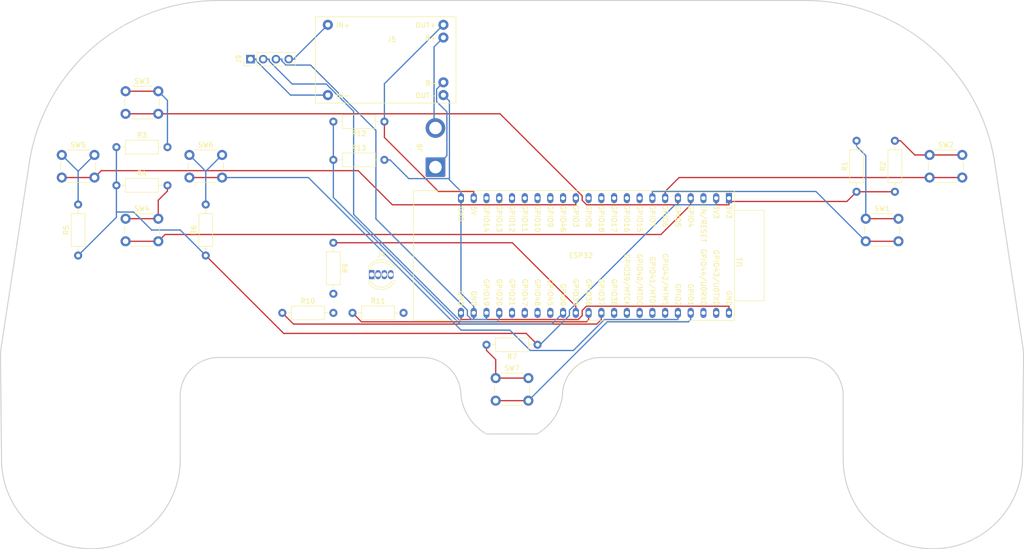
<source format=kicad_pcb>
(kicad_pcb (version 20221018) (generator pcbnew)
  (title_block (date "2024-01-09"))
  (layers (0 "F.Cu" signal) (31 "B.Cu" signal) (34 "B.Paste" user) (35 "F.Paste" user) (36 "B.SilkS" user "B.Silkscreen") (37 "F.SilkS" user "F.Silkscreen") (38 "B.Mask" user) (39 "F.Mask" user) (44 "Edge.Cuts" user))
  (net 0 "")
  (net 1 "Net-(J4-Pin_2)")
  (net 2 "Net-(J4-Pin_3)")
  (net 3 "Net-(J4-Pin_4)")
  (net 4 "Net-(J5-Pin_2)")
  (net 5 "Net-(J5-Pin_3)")
  (net 6 "Net-(J5-Pin_5)")
  (net 7 "Net-(J4-Pin_1)")
  (net 8 "Net-(J5-Pin_1)")
  (net 9 "Net-(J5-Pin_6)")
  (net 10 "Net-(J9-Pin_2)")
  (net 11 "Net-(J9-Pin_3)")
  (net 12 "Net-(R1-Pad1)")
  (net 13 "Net-(R3-Pad2)")
  (net 14 "Net-(R4-Pad2)")
  (net 15 "Net-(R5-Pad2)")
  (net 16 "Net-(R6-Pad2)")
  (net 17 "Net-(U1-GPIO35)")
  (net 18 "Net-(U1-GPIO37)")
  (net 19 "Net-(U1-GPIO36)")
  (net 20 "Net-(U1-GPIO7{slash}ADC1_CH6)")
  (net 21 "Net-(U1-GPIO6{slash}ADC1_CH5)")
  (net 22 "Net-(U1-GPIO5{slash}ADC1_CH4)")
  (net 23 "Net-(U1-GPIO4{slash}ADC1_CH3)")
  (net 24 "Net-(U1-GPIO3{slash}ADC1_CH2)")
  (net 25 "Net-(U1-GPIO2{slash}ADC1_CH1)")
  (net 26 "Net-(U1-GPIO1{slash}ADC1_CH0)")
  (net 43 "Net-(U1-GPIO0)")
  (net 49 "Net-(R1-Pad2)")
  (net 50 "Net-(R2-Pad2)")
  (net 51 "Net-(R7-Pad2)")
  (net 54 "Net-(J5-Pin_4)")
  (footprint "Button_Switch_THT:SW_PUSH_6mm" (layer "F.Cu") (at 57.71 61.25)
    (fp_text reference "SW5" (at 3.25 -2) (layer "F.SilkS"))
    (fp_text value "DPAD LEFT")
    (fp_line (start -0.25 1.5) (end -0.25 3) (stroke (width 0.12)) (layer "F.SilkS"))
    (fp_line (start 1 5.5) (end 5.5 5.5) (stroke (width 0.12)) (layer "F.SilkS"))
    (fp_line (start 5.5 -1) (end 1 -1) (stroke (width 0.12)) (layer "F.SilkS"))
    (fp_line (start 6.75 3) (end 6.75 1.5) (stroke (width 0.12)) (layer "F.SilkS"))
    (pad "1" thru_hole circle (at 0 0 90) (size 2 2) (drill 1.1) (layers "*.Cu" "*.Mask") (net 15 "Net-(R5-Pad2)"))
    (pad "1" thru_hole circle (at 6.5 0 90) (size 2 2) (drill 1.1) (layers "*.Cu" "*.Mask") (net 15 "Net-(R5-Pad2)"))
    (pad "2" thru_hole circle (at 0 4.5 90) (size 2 2) (drill 1.1) (layers "*.Cu" "*.Mask") (net 24 "Net-(U1-GPIO3{slash}ADC1_CH2)"))
    (pad "2" thru_hole circle (at 6.5 4.5 90) (size 2 2) (drill 1.1) (layers "*.Cu" "*.Mask") (net 24 "Net-(U1-GPIO3{slash}ADC1_CH2)"))
  )
  (footprint "PCM_Espressif:ESP32-S3-DevKitC" (layer "F.Cu") (at 190.4973 69.85 -90)
    (fp_text reference "U1" (at 12.7 -2.1 90) (layer "F.SilkS"))
    (fp_text value "ESP32" (at 11.42632 29.46128) (layer "F.SilkS"))
    (fp_text user "GPIO9" (at 1.27 35.56 -90 unlocked) (layer "F.SilkS") (effects (justify left)))
    (fp_text user "GPIO11" (at 1.27 40.64 -90 unlocked) (layer "F.SilkS") (effects (justify left)))
    (fp_text user "GPIO8" (at 1.27 27.94 -90 unlocked) (layer "F.SilkS") (effects (justify left)))
    (fp_text user "GPIO6" (at 1.27 12.7 -90 unlocked) (layer "F.SilkS") (effects (justify left)))
    (fp_text user "GPIO43/U0TXD" (at 21.59 2.54 -90 unlocked) (layer "F.SilkS") (effects (justify right)))
    (fp_text user "GPIO0" (at 21.59 33.02 -90 unlocked) (layer "F.SilkS") (effects (justify right)))
    (fp_text user "GPIO7" (at 1.27 15.24 -90 unlocked) (layer "F.SilkS") (effects (justify left)))
    (fp_text user "GPIO39/MTCK" (at 21.59 20.32 -90 unlocked) (layer "F.SilkS") (effects (justify right)))
    (fp_text user "GPIO37" (at 21.59 25.4 -90 unlocked) (layer "F.SilkS") (effects (justify right)))
    (fp_text user "5V" (at 1.52032 50.79728 -90 unlocked) (layer "F.SilkS") (effects (justify left)))
    (fp_text user "GPIO40/MTDO" (at 21.59 17.78 -90 unlocked) (layer "F.SilkS") (effects (justify right)))
    (fp_text user "GND" (at 21.59 50.8 -90 unlocked) (layer "F.SilkS") (effects (justify right)))
    (fp_text user "GPIO19" (at 21.59 48.26 -90 unlocked) (layer "F.SilkS") (effects (justify right)))
    (fp_text user "3V3" (at 1.27 2.54 -90 unlocked) (layer "F.SilkS") (effects (justify left)))
    (fp_text user "GPIO1" (at 21.59 7.62 -90 unlocked) (layer "F.SilkS") (effects (justify right)))
    (fp_text user "GPIO35" (at 21.59 30.48 -90 unlocked) (layer "F.SilkS") (effects (justify right)))
    (fp_text user "EN/RESET" (at 8.88632 5.07728 -90 unlocked) (layer "F.SilkS") (effects (justify right)))
    (fp_text user "GPIO3" (at 1.27 30.48 -90 unlocked) (layer "F.SilkS") (effects (justify left)))
    (fp_text user "GPIO16" (at 1.27 20.32 -90 unlocked) (layer "F.SilkS") (effects (justify left)))
    (fp_text user "GPIO12" (at 1.27 43.18 -90 unlocked) (layer "F.SilkS") (effects (justify left)))
    (fp_text user "GPIO44/U0RXD" (at 21.59 5.08 -90 unlocked) (layer "F.SilkS") (effects (justify right)))
    (fp_text user "GPIO42/MTMS" (at 21.59 12.7 -90 unlocked) (layer "F.SilkS") (effects (justify right)))
    (fp_text user "GND" (at 21.59 53.34 -90 unlocked) (layer "F.SilkS") (effects (justify right)))
    (fp_text user "GPIO18" (at 1.27 25.4 -90 unlocked) (layer "F.SilkS") (effects (justify left)))
    (fp_text user "GPIO47" (at 21.59 40.64 -90 unlocked) (layer "F.SilkS") (effects (justify right)))
    (fp_text user "GPIO36" (at 21.59 27.94 -90 unlocked) (layer "F.SilkS") (effects (justify right)))
    (fp_text user "GPIO15" (at 1.27 17.78 -90 unlocked) (layer "F.SilkS") (effects (justify left)))
    (fp_text user "GPIO41/MTDI" (at 21.59 15.24 -90 unlocked) (layer "F.SilkS") (effects (justify right)))
    (fp_text user "GPIO20" (at 21.59 45.72 -90 unlocked) (layer "F.SilkS") (effects (justify right)))
    (fp_text user "GPIO5" (at 1.27 10.16 -90 unlocked) (layer "F.SilkS") (effects (justify left)))
    (fp_text user "GPIO17" (at 1.27 22.86 -90 unlocked) (layer "F.SilkS") (effects (justify left)))
    (fp_text user "GPIO21" (at 21.59 43.18 -90 unlocked) (layer "F.SilkS") (effects (justify right)))
    (fp_text user "GPIO2" (at 21.59 10.16 -90 unlocked) (layer "F.SilkS") (effects (justify right)))
    (fp_text user "GPIO48" (at 21.59 38.1 -90 unlocked) (layer "F.SilkS") (effects (justify right)))
    (fp_text user "GPIO45" (at 21.59 35.56 -90 unlocked) (layer "F.SilkS") (effects (justify right)))
    (fp_text user "GPIO14" (at 1.27 48.26 -90 unlocked) (layer "F.SilkS") (effects (justify left)))
    (fp_text user "GND" (at 1.52032 53.33728 -90 unlocked) (layer "F.SilkS") (effects (justify left)))
    (fp_text user "GPIO10" (at 1.27 38.1 -90 unlocked) (layer "F.SilkS") (effects (justify left)))
    (fp_text user "3V3" (at 1.27 0 -90 unlocked) (layer "F.SilkS") (effects (justify left)))
    (fp_text user "GPIO4" (at 1.27 7.62 -90 unlocked) (layer "F.SilkS") (effects (justify left)))
    (fp_text user "GPIO13" (at 1.27 45.72 -90 unlocked) (layer "F.SilkS") (effects (justify left)))
    (fp_text user "GPIO46" (at 1.27 33.02 -90 unlocked) (layer "F.SilkS") (effects (justify left)))
    (fp_text user "GND" (at 21.59 0 -90 unlocked) (layer "F.SilkS") (effects (justify right)))
    (fp_text user "GPIO38" (at 21.59 22.86 -90 unlocked) (layer "F.SilkS") (effects (justify right)))
    (fp_line (start -1.5 62.79728) (end 24.359999 62.79728) (stroke (width 0.12)) (layer "F.SilkS"))
    (fp_line (start -1.499999 -1.1) (end -1.5 62.79728) (stroke (width 0.12)) (layer "F.SilkS"))
    (fp_line (start 2.46012 -7.01312) (end 20.44332 -7.01312) (stroke (width 0.12)) (layer "F.SilkS"))
    (fp_line (start 2.46012 -1.12032) (end 2.46012 -7.01312) (stroke (width 0.12)) (layer "F.SilkS"))
    (fp_line (start 20.44332 -7.01312) (end 20.44332 -1.12032) (stroke (width 0.12)) (layer "F.SilkS"))
    (fp_line (start 24.359999 62.79728) (end 24.36 -1.1) (stroke (width 0.12)) (layer "F.SilkS"))
    (fp_line (start 24.36 -1.1) (end -1.499999 -1.1) (stroke (width 0.12)) (layer "F.SilkS"))
    (pad "1" thru_hole rect (at 0 0 180) (size 1.2 2) (drill 0.8) (layers "*.Cu" "*.Mask") (net 12 "Net-(R1-Pad1)"))
    (pad "2" thru_hole oval (at 0 2.54 180) (size 1.2 2) (drill 0.8) (layers "*.Cu" "*.Mask") (net 12 "Net-(R1-Pad1)"))
    (pad "3" thru_hole oval (at 0 5.08 180) (size 1.2 2) (drill 0.8) (layers "*.Cu" "*.Mask"))
    (pad "4" thru_hole oval (at 0 7.62 180) (size 1.2 2) (drill 0.8) (layers "*.Cu" "*.Mask") (net 23 "Net-(U1-GPIO4{slash}ADC1_CH3)"))
    (pad "5" thru_hole oval (at 0 10.16 180) (size 1.2 2) (drill 0.8) (layers "*.Cu" "*.Mask") (net 22 "Net-(U1-GPIO5{slash}ADC1_CH4)"))
    (pad "6" thru_hole oval (at 0 12.7 180) (size 1.2 2) (drill 0.8) (layers "*.Cu" "*.Mask") (net 21 "Net-(U1-GPIO6{slash}ADC1_CH5)"))
    (pad "7" thru_hole oval (at 0 15.24 180) (size 1.2 2) (drill 0.8) (layers "*.Cu" "*.Mask") (net 20 "Net-(U1-GPIO7{slash}ADC1_CH6)"))
    (pad "8" thru_hole oval (at 0 17.78 180) (size 1.2 2) (drill 0.8) (layers "*.Cu" "*.Mask"))
    (pad "9" thru_hole oval (at 0 20.32 180) (size 1.2 2) (drill 0.8) (layers "*.Cu" "*.Mask"))
    (pad "10" thru_hole oval (at 0 22.86 180) (size 1.2 2) (drill 0.8) (layers "*.Cu" "*.Mask"))
    (pad "11" thru_hole oval (at 0 25.4 180) (size 1.2 2) (drill 0.8) (layers "*.Cu" "*.Mask"))
    (pad "12" thru_hole oval (at 0 27.94 180) (size 1.2 2) (drill 0.8) (layers "*.Cu" "*.Mask"))
    (pad "13" thru_hole oval (at 0 30.48 180) (size 1.2 2) (drill 0.8) (layers "*.Cu" "*.Mask") (net 24 "Net-(U1-GPIO3{slash}ADC1_CH2)"))
    (pad "14" thru_hole oval (at 0 33.02 180) (size 1.2 2) (drill 0.8) (layers "*.Cu" "*.Mask"))
    (pad "15" thru_hole oval (at 0 35.56 180) (size 1.2 2) (drill 0.8) (layers "*.Cu" "*.Mask"))
    (pad "16" thru_hole oval (at 0 38.1 180) (size 1.2 2) (drill 0.8) (layers "*.Cu" "*.Mask"))
    (pad "17" thru_hole oval (at 0 40.64 180) (size 1.2 2) (drill 0.8) (layers "*.Cu" "*.Mask"))
    (pad "18" thru_hole oval (at 0 43.18 180) (size 1.2 2) (drill 0.8) (layers "*.Cu" "*.Mask"))
    (pad "19" thru_hole oval (at 0 45.72 180) (size 1.2 2) (drill 0.8) (layers "*.Cu" "*.Mask"))
    (pad "20" thru_hole oval (at -0.00368 48.25728 180) (size 1.2 2) (drill 0.8) (layers "*.Cu" "*.Mask"))
    (pad "21" thru_hole oval (at -0.00368 50.79728 180) (size 1.2 2) (drill 0.8) (layers "*.Cu" "*.Mask") (net 5 "Net-(J5-Pin_3)"))
    (pad "22" thru_hole oval (at -0.00368 53.33728 180) (size 1.2 2) (drill 0.8) (layers "*.Cu" "*.Mask") (net 54 "Net-(J5-Pin_4)"))
    (pad "23" thru_hole oval (at 22.86 53.34 180) (size 1.2 2) (drill 0.8) (layers "*.Cu" "*.Mask") (net 54 "Net-(J5-Pin_4)"))
    (pad "24" thru_hole oval (at 22.86 50.8 180) (size 1.2 2) (drill 0.8) (layers "*.Cu" "*.Mask") (net 54 "Net-(J5-Pin_4)"))
    (pad "25" thru_hole oval (at 22.86 48.26 180) (size 1.2 2) (drill 0.8) (layers "*.Cu" "*.Mask") (net 11 "Net-(J9-Pin_3)"))
    (pad "26" thru_hole oval (at 22.86 45.72 180) (size 1.2 2) (drill 0.8) (layers "*.Cu" "*.Mask") (net 10 "Net-(J9-Pin_2)"))
    (pad "27" thru_hole oval (at 22.86 43.18 180) (size 1.2 2) (drill 0.8) (layers "*.Cu" "*.Mask"))
    (pad "28" thru_hole oval (at 22.86 40.64 180) (size 1.2 2) (drill 0.8) (layers "*.Cu" "*.Mask"))
    (pad "29" thru_hole oval (at 22.86 38.1 180) (size 1.2 2) (drill 0.8) (layers "*.Cu" "*.Mask"))
    (pad "30" thru_hole oval (at 22.86 35.56 180) (size 1.2 2) (drill 0.8) (layers "*.Cu" "*.Mask"))
    (pad "31" thru_hole oval (at 22.86 33.02 180) (size 1.2 2) (drill 0.8) (layers "*.Cu" "*.Mask") (net 43 "Net-(U1-GPIO0)"))
    (pad "32" thru_hole oval (at 22.86 30.48 180) (size 1.2 2) (drill 0.8) (layers "*.Cu" "*.Mask") (net 17 "Net-(U1-GPIO35)"))
    (pad "33" thru_hole oval (at 22.86 27.94 180) (size 1.2 2) (drill 0.8) (layers "*.Cu" "*.Mask") (net 19 "Net-(U1-GPIO36)"))
    (pad "34" thru_hole oval (at 22.86 25.4 180) (size 1.2 2) (drill 0.8) (layers "*.Cu" "*.Mask") (net 18 "Net-(U1-GPIO37)"))
    (pad "35" thru_hole oval (at 22.86 22.86 180) (size 1.2 2) (drill 0.8) (layers "*.Cu" "*.Mask"))
    (pad "36" thru_hole oval (at 22.86 20.32 180) (size 1.2 2) (drill 0.8) (layers "*.Cu" "*.Mask"))
    (pad "37" thru_hole oval (at 22.86 17.78 180) (size 1.2 2) (drill 0.8) (layers "*.Cu" "*.Mask"))
    (pad "38" thru_hole oval (at 22.86 15.24 180) (size 1.2 2) (drill 0.8) (layers "*.Cu" "*.Mask"))
    (pad "39" thru_hole oval (at 22.86 12.7 180) (size 1.2 2) (drill 0.8) (layers "*.Cu" "*.Mask"))
    (pad "40" thru_hole oval (at 22.86 10.16 180) (size 1.2 2) (drill 0.8) (layers "*.Cu" "*.Mask") (net 25 "Net-(U1-GPIO2{slash}ADC1_CH1)"))
    (pad "41" thru_hole oval (at 22.86 7.62 180) (size 1.2 2) (drill 0.8) (layers "*.Cu" "*.Mask") (net 26 "Net-(U1-GPIO1{slash}ADC1_CH0)"))
    (pad "42" thru_hole oval (at 22.86 5.08 180) (size 1.2 2) (drill 0.8) (layers "*.Cu" "*.Mask"))
    (pad "43" thru_hole oval (at 22.86 2.54 180) (size 1.2 2) (drill 0.8) (layers "*.Cu" "*.Mask"))
    (pad "44" thru_hole oval (at 22.86 0 180) (size 1.2 2) (drill 0.8) (layers "*.Cu" "*.Mask") (net 54 "Net-(J5-Pin_4)"))
  )
  (footprint "Connector_PinHeader_2.54mm:PinHeader_1x04_P2.54mm_Vertical" (layer "F.Cu") (at 95.26 42.164 90)
    (fp_text reference "J9" (at 0 -2.33 90) (layer "F.SilkS"))
    (fp_text value "G | D+ | D- | V")
    (fp_line (start -1.33 -1.33) (end 0 -1.33) (stroke (width 0.12)) (layer "F.SilkS"))
    (fp_line (start -1.33 0) (end -1.33 -1.33) (stroke (width 0.12)) (layer "F.SilkS"))
    (fp_line (start -1.33 1.27) (end -1.33 8.95) (stroke (width 0.12)) (layer "F.SilkS"))
    (fp_line (start -1.33 1.27) (end 1.33 1.27) (stroke (width 0.12)) (layer "F.SilkS"))
    (fp_line (start -1.33 8.95) (end 1.33 8.95) (stroke (width 0.12)) (layer "F.SilkS"))
    (fp_line (start 1.33 1.27) (end 1.33 8.95) (stroke (width 0.12)) (layer "F.SilkS"))
    (pad "1" thru_hole rect (at 0 0 90) (size 1.7 1.7) (drill 1) (layers "*.Cu" "*.Mask") (net 4 "Net-(J5-Pin_2)"))
    (pad "2" thru_hole oval (at 0 2.54 90) (size 1.7 1.7) (drill 1) (layers "*.Cu" "*.Mask") (net 10 "Net-(J9-Pin_2)"))
    (pad "3" thru_hole oval (at 0 5.08 90) (size 1.7 1.7) (drill 1) (layers "*.Cu" "*.Mask") (net 11 "Net-(J9-Pin_3)"))
    (pad "4" thru_hole oval (at 0 7.62 90) (size 1.7 1.7) (drill 1) (layers "*.Cu" "*.Mask") (net 8 "Net-(J5-Pin_1)"))
  )
  (footprint "Resistor_THT:R_Axial_DIN0207_L6.3mm_D2.5mm_P10.16mm_Horizontal" (layer "F.Cu") (at 115.57 92.71)
    (fp_text reference "R11" (at 5.08 -2.37) (layer "F.SilkS"))
    (fp_text value "230 Ohm")
    (fp_line (start 1.04 0) (end 1.81 0) (stroke (width 0.12)) (layer "F.SilkS"))
    (fp_line (start 1.81 -1.37) (end 1.81 1.37) (stroke (width 0.12)) (layer "F.SilkS"))
    (fp_line (start 1.81 1.37) (end 8.35 1.37) (stroke (width 0.12)) (layer "F.SilkS"))
    (fp_line (start 8.35 -1.37) (end 1.81 -1.37) (stroke (width 0.12)) (layer "F.SilkS"))
    (fp_line (start 8.35 1.37) (end 8.35 -1.37) (stroke (width 0.12)) (layer "F.SilkS"))
    (fp_line (start 9.12 0) (end 8.35 0) (stroke (width 0.12)) (layer "F.SilkS"))
    (pad "1" thru_hole circle (at 0 0) (size 1.6 1.6) (drill 0.8) (layers "*.Cu" "*.Mask") (net 19 "Net-(U1-GPIO36)"))
    (pad "2" thru_hole oval (at 10.16 0) (size 1.6 1.6) (drill 0.8) (layers "*.Cu" "*.Mask"))
  )
  (footprint "TP4056:TP4056-Module" (layer "F.Cu") (at 108.161 50.923)
    (fp_text reference "J5" (at 15.24 -12.7 unlocked) (layer "F.SilkS"))
    (fp_text value "I+ | I- | O+ | O- | B+ | B-")
    (fp_text user "B-" (at 23 -4 unlocked) (layer "F.SilkS"))
    (fp_text user "IN-" (at 5.5 -1.5 unlocked) (layer "F.SilkS"))
    (fp_text user "OUT+" (at 22 -15.5 unlocked) (layer "F.SilkS"))
    (fp_text user "OUT-" (at 22 -1.5 unlocked) (layer "F.SilkS"))
    (fp_text user "IN+" (at 5.5 -15.5 unlocked) (layer "F.SilkS"))
    (fp_text user "B+" (at 23 -13 unlocked) (layer "F.SilkS"))
    (fp_line (start 0 -17.2) (end 0 0) (stroke (width 0.12)) (layer "F.SilkS"))
    (fp_line (start 0 -17.2) (end 28 -17.2) (stroke (width 0.12)) (layer "F.SilkS"))
    (fp_line (start 0 0) (end 28 0) (stroke (width 0.12)) (layer "F.SilkS"))
    (fp_line (start 28 -17.2) (end 28 0) (stroke (width 0.12)) (layer "F.SilkS"))
    (pad "1" thru_hole circle (at 2.5 -15.6) (size 2 2) (drill 1) (layers "*.Cu" "*.Mask") (net 8 "Net-(J5-Pin_1)"))
    (pad "2" thru_hole circle (at 2.5 -1.6) (size 2 2) (drill 1) (layers "*.Cu" "*.Mask") (net 4 "Net-(J5-Pin_2)"))
    (pad "3" thru_hole circle (at 25.5 -15.6) (size 2 2) (drill 1) (layers "*.Cu" "*.Mask") (net 5 "Net-(J5-Pin_3)"))
    (pad "4" thru_hole circle (at 25.5 -1.6) (size 2 2) (drill 1) (layers "*.Cu" "*.Mask") (net 54 "Net-(J5-Pin_4)"))
    (pad "5" thru_hole circle (at 25.5 -13.06) (size 2 2) (drill 1) (layers "*.Cu" "*.Mask") (net 6 "Net-(J5-Pin_5)"))
    (pad "6" thru_hole circle (at 25.5 -4.14) (size 2 2) (drill 1) (layers "*.Cu" "*.Mask") (net 9 "Net-(J5-Pin_6)"))
  )
  (footprint "Resistor_THT:R_Axial_DIN0207_L6.3mm_D2.5mm_P10.16mm_Horizontal" (layer "F.Cu") (at 60.96 81.28 90)
    (fp_text reference "R5" (at 5.08 -2.37 90) (layer "F.SilkS"))
    (fp_text value "300 Ohm")
    (fp_line (start 1.04 0) (end 1.81 0) (stroke (width 0.12)) (layer "F.SilkS"))
    (fp_line (start 1.81 -1.37) (end 1.81 1.37) (stroke (width 0.12)) (layer "F.SilkS"))
    (fp_line (start 1.81 1.37) (end 8.35 1.37) (stroke (width 0.12)) (layer "F.SilkS"))
    (fp_line (start 8.35 -1.37) (end 1.81 -1.37) (stroke (width 0.12)) (layer "F.SilkS"))
    (fp_line (start 8.35 1.37) (end 8.35 -1.37) (stroke (width 0.12)) (layer "F.SilkS"))
    (fp_line (start 9.12 0) (end 8.35 0) (stroke (width 0.12)) (layer "F.SilkS"))
    (pad "1" thru_hole circle (at 0 0 90) (size 1.6 1.6) (drill 0.8) (layers "*.Cu" "*.Mask") (net 12 "Net-(R1-Pad1)"))
    (pad "2" thru_hole oval (at 10.16 0 90) (size 1.6 1.6) (drill 0.8) (layers "*.Cu" "*.Mask") (net 15 "Net-(R5-Pad2)"))
  )
  (footprint "Resistor_THT:R_Axial_DIN0207_L6.3mm_D2.5mm_P10.16mm_Horizontal" (layer "F.Cu") (at 111.76 78.74 -90)
    (fp_text reference "R9" (at 5.08 -2.37 90) (layer "F.SilkS"))
    (fp_text value "230 Ohm")
    (fp_line (start 1.04 0) (end 1.81 0) (stroke (width 0.12)) (layer "F.SilkS"))
    (fp_line (start 1.81 -1.37) (end 1.81 1.37) (stroke (width 0.12)) (layer "F.SilkS"))
    (fp_line (start 1.81 1.37) (end 8.35 1.37) (stroke (width 0.12)) (layer "F.SilkS"))
    (fp_line (start 8.35 -1.37) (end 1.81 -1.37) (stroke (width 0.12)) (layer "F.SilkS"))
    (fp_line (start 8.35 1.37) (end 8.35 -1.37) (stroke (width 0.12)) (layer "F.SilkS"))
    (fp_line (start 9.12 0) (end 8.35 0) (stroke (width 0.12)) (layer "F.SilkS"))
    (pad "1" thru_hole circle (at 0 0 270) (size 1.6 1.6) (drill 0.8) (layers "*.Cu" "*.Mask") (net 17 "Net-(U1-GPIO35)"))
    (pad "2" thru_hole oval (at 10.16 0 270) (size 1.6 1.6) (drill 0.8) (layers "*.Cu" "*.Mask"))
  )
  (footprint "Resistor_THT:R_Axial_DIN0207_L6.3mm_D2.5mm_P10.16mm_Horizontal" (layer "F.Cu") (at 223.52 68.58 90)
    (fp_text reference "R2" (at 5.08 -2.37 90) (layer "F.SilkS"))
    (fp_text value "300 Ohm")
    (fp_line (start 1.04 0) (end 1.81 0) (stroke (width 0.12)) (layer "F.SilkS"))
    (fp_line (start 1.81 -1.37) (end 1.81 1.37) (stroke (width 0.12)) (layer "F.SilkS"))
    (fp_line (start 1.81 1.37) (end 8.35 1.37) (stroke (width 0.12)) (layer "F.SilkS"))
    (fp_line (start 8.35 -1.37) (end 1.81 -1.37) (stroke (width 0.12)) (layer "F.SilkS"))
    (fp_line (start 8.35 1.37) (end 8.35 -1.37) (stroke (width 0.12)) (layer "F.SilkS"))
    (fp_line (start 9.12 0) (end 8.35 0) (stroke (width 0.12)) (layer "F.SilkS"))
    (pad "1" thru_hole circle (at 0 0 90) (size 1.6 1.6) (drill 0.8) (layers "*.Cu" "*.Mask") (net 12 "Net-(R1-Pad1)"))
    (pad "2" thru_hole oval (at 10.16 0 90) (size 1.6 1.6) (drill 0.8) (layers "*.Cu" "*.Mask") (net 50 "Net-(R2-Pad2)"))
  )
  (footprint "Button_Switch_THT:SW_PUSH_6mm" (layer "F.Cu") (at 83.11 61.25)
    (fp_text reference "SW6" (at 3.25 -2) (layer "F.SilkS"))
    (fp_text value "DPAD RIGHT")
    (fp_line (start -0.25 1.5) (end -0.25 3) (stroke (width 0.12)) (layer "F.SilkS"))
    (fp_line (start 1 5.5) (end 5.5 5.5) (stroke (width 0.12)) (layer "F.SilkS"))
    (fp_line (start 5.5 -1) (end 1 -1) (stroke (width 0.12)) (layer "F.SilkS"))
    (fp_line (start 6.75 3) (end 6.75 1.5) (stroke (width 0.12)) (layer "F.SilkS"))
    (pad "1" thru_hole circle (at 0 0 90) (size 2 2) (drill 1.1) (layers "*.Cu" "*.Mask") (net 16 "Net-(R6-Pad2)"))
    (pad "1" thru_hole circle (at 6.5 0 90) (size 2 2) (drill 1.1) (layers "*.Cu" "*.Mask") (net 16 "Net-(R6-Pad2)"))
    (pad "2" thru_hole circle (at 0 4.5 90) (size 2 2) (drill 1.1) (layers "*.Cu" "*.Mask") (net 25 "Net-(U1-GPIO2{slash}ADC1_CH1)"))
    (pad "2" thru_hole circle (at 6.5 4.5 90) (size 2 2) (drill 1.1) (layers "*.Cu" "*.Mask") (net 25 "Net-(U1-GPIO2{slash}ADC1_CH1)"))
  )
  (footprint "Resistor_THT:R_Axial_DIN0207_L6.3mm_D2.5mm_P10.16mm_Horizontal" (layer "F.Cu") (at 121.92 54.61 180)
    (fp_text reference "R12" (at 5.08 -2.37) (layer "F.SilkS"))
    (fp_text value "27k Ohm")
    (fp_line (start 1.04 0) (end 1.81 0) (stroke (width 0.12)) (layer "F.SilkS"))
    (fp_line (start 1.81 -1.37) (end 1.81 1.37) (stroke (width 0.12)) (layer "F.SilkS"))
    (fp_line (start 1.81 1.37) (end 8.35 1.37) (stroke (width 0.12)) (layer "F.SilkS"))
    (fp_line (start 8.35 -1.37) (end 1.81 -1.37) (stroke (width 0.12)) (layer "F.SilkS"))
    (fp_line (start 8.35 1.37) (end 8.35 -1.37) (stroke (width 0.12)) (layer "F.SilkS"))
    (fp_line (start 9.12 0) (end 8.35 0) (stroke (width 0.12)) (layer "F.SilkS"))
    (pad "1" thru_hole circle (at 0 0 180) (size 1.6 1.6) (drill 0.8) (layers "*.Cu" "*.Mask") (net 5 "Net-(J5-Pin_3)"))
    (pad "2" thru_hole oval (at 10.16 0 180) (size 1.6 1.6) (drill 0.8) (layers "*.Cu" "*.Mask") (net 43 "Net-(U1-GPIO0)"))
  )
  (footprint "Connector_Wire:SolderWire-2sqmm_1x02_P7.8mm_D2mm_OD3.9mm" (layer "F.Cu") (at 132.08 63.68 90)
    (fp_text reference "J6" (at 3.9 -3.15 90) (layer "F.SilkS"))
    (fp_text value "GND | Vcc")
    (pad "1" thru_hole roundrect (at 0 0 90) (size 3.9 3.9) (drill 2.5) (layers "*.Cu" "*.Mask") (roundrect_rratio 0.06410307692) (net 9 "Net-(J5-Pin_6)"))
    (pad "2" thru_hole circle (at 7.8 0 90) (size 3.9 3.9) (drill 2.5) (layers "*.Cu" "*.Mask") (net 6 "Net-(J5-Pin_5)"))
  )
  (footprint "Resistor_THT:R_Axial_DIN0207_L6.3mm_D2.5mm_P10.16mm_Horizontal" (layer "F.Cu") (at 68.58 67.31)
    (fp_text reference "R4" (at 5.08 -2.37) (layer "F.SilkS"))
    (fp_text value "300 Ohm")
    (fp_line (start 1.04 0) (end 1.81 0) (stroke (width 0.12)) (layer "F.SilkS"))
    (fp_line (start 1.81 -1.37) (end 1.81 1.37) (stroke (width 0.12)) (layer "F.SilkS"))
    (fp_line (start 1.81 1.37) (end 8.35 1.37) (stroke (width 0.12)) (layer "F.SilkS"))
    (fp_line (start 8.35 -1.37) (end 1.81 -1.37) (stroke (width 0.12)) (layer "F.SilkS"))
    (fp_line (start 8.35 1.37) (end 8.35 -1.37) (stroke (width 0.12)) (layer "F.SilkS"))
    (fp_line (start 9.12 0) (end 8.35 0) (stroke (width 0.12)) (layer "F.SilkS"))
    (pad "1" thru_hole circle (at 0 0) (size 1.6 1.6) (drill 0.8) (layers "*.Cu" "*.Mask") (net 12 "Net-(R1-Pad1)"))
    (pad "2" thru_hole oval (at 10.16 0) (size 1.6 1.6) (drill 0.8) (layers "*.Cu" "*.Mask") (net 14 "Net-(R4-Pad2)"))
  )
  (footprint "Button_Switch_THT:SW_PUSH_6mm" (layer "F.Cu") (at 144.07 105.7)
    (fp_text reference "SW7" (at 3.25 -2) (layer "F.SilkS"))
    (fp_text value "Opt Button")
    (fp_line (start -0.25 1.5) (end -0.25 3) (stroke (width 0.12)) (layer "F.SilkS"))
    (fp_line (start 1 5.5) (end 5.5 5.5) (stroke (width 0.12)) (layer "F.SilkS"))
    (fp_line (start 5.5 -1) (end 1 -1) (stroke (width 0.12)) (layer "F.SilkS"))
    (fp_line (start 6.75 3) (end 6.75 1.5) (stroke (width 0.12)) (layer "F.SilkS"))
    (pad "1" thru_hole circle (at 0 0 90) (size 2 2) (drill 1.1) (layers "*.Cu" "*.Mask") (net 51 "Net-(R7-Pad2)"))
    (pad "1" thru_hole circle (at 6.5 0 90) (size 2 2) (drill 1.1) (layers "*.Cu" "*.Mask") (net 51 "Net-(R7-Pad2)"))
    (pad "2" thru_hole circle (at 0 4.5 90) (size 2 2) (drill 1.1) (layers "*.Cu" "*.Mask") (net 26 "Net-(U1-GPIO1{slash}ADC1_CH0)"))
    (pad "2" thru_hole circle (at 6.5 4.5 90) (size 2 2) (drill 1.1) (layers "*.Cu" "*.Mask") (net 26 "Net-(U1-GPIO1{slash}ADC1_CH0)"))
  )
  (footprint "Resistor_THT:R_Axial_DIN0207_L6.3mm_D2.5mm_P10.16mm_Horizontal" (layer "F.Cu") (at 215.9 68.58 90)
    (fp_text reference "R1" (at 5.08 -2.37 90) (layer "F.SilkS"))
    (fp_text value "300 Ohm")
    (fp_line (start 1.04 0) (end 1.81 0) (stroke (width 0.12)) (layer "F.SilkS"))
    (fp_line (start 1.81 -1.37) (end 1.81 1.37) (stroke (width 0.12)) (layer "F.SilkS"))
    (fp_line (start 1.81 1.37) (end 8.35 1.37) (stroke (width 0.12)) (layer "F.SilkS"))
    (fp_line (start 8.35 -1.37) (end 1.81 -1.37) (stroke (width 0.12)) (layer "F.SilkS"))
    (fp_line (start 8.35 1.37) (end 8.35 -1.37) (stroke (width 0.12)) (layer "F.SilkS"))
    (fp_line (start 9.12 0) (end 8.35 0) (stroke (width 0.12)) (layer "F.SilkS"))
    (pad "1" thru_hole circle (at 0 0 90) (size 1.6 1.6) (drill 0.8) (layers "*.Cu" "*.Mask") (net 12 "Net-(R1-Pad1)"))
    (pad "2" thru_hole oval (at 10.16 0 90) (size 1.6 1.6) (drill 0.8) (layers "*.Cu" "*.Mask") (net 49 "Net-(R1-Pad2)"))
  )
  (footprint "Button_Switch_THT:SW_PUSH_6mm" (layer "F.Cu") (at 70.41 73.95)
    (fp_text reference "SW4" (at 3.25 -2) (layer "F.SilkS"))
    (fp_text value "DPAD DOWN")
    (fp_line (start -0.25 1.5) (end -0.25 3) (stroke (width 0.12)) (layer "F.SilkS"))
    (fp_line (start 1 5.5) (end 5.5 5.5) (stroke (width 0.12)) (layer "F.SilkS"))
    (fp_line (start 5.5 -1) (end 1 -1) (stroke (width 0.12)) (layer "F.SilkS"))
    (fp_line (start 6.75 3) (end 6.75 1.5) (stroke (width 0.12)) (layer "F.SilkS"))
    (pad "1" thru_hole circle (at 0 0 90) (size 2 2) (drill 1.1) (layers "*.Cu" "*.Mask") (net 14 "Net-(R4-Pad2)"))
    (pad "1" thru_hole circle (at 6.5 0 90) (size 2 2) (drill 1.1) (layers "*.Cu" "*.Mask") (net 14 "Net-(R4-Pad2)"))
    (pad "2" thru_hole circle (at 0 4.5 90) (size 2 2) (drill 1.1) (layers "*.Cu" "*.Mask") (net 23 "Net-(U1-GPIO4{slash}ADC1_CH3)"))
    (pad "2" thru_hole circle (at 6.5 4.5 90) (size 2 2) (drill 1.1) (layers "*.Cu" "*.Mask") (net 23 "Net-(U1-GPIO4{slash}ADC1_CH3)"))
  )
  (footprint "Button_Switch_THT:SW_PUSH_6mm" (layer "F.Cu") (at 230.43 61.25)
    (fp_text reference "SW2" (at 3.25 -2) (layer "F.SilkS"))
    (fp_text value "B Button")
    (fp_line (start -0.25 1.5) (end -0.25 3) (stroke (width 0.12)) (layer "F.SilkS"))
    (fp_line (start 1 5.5) (end 5.5 5.5) (stroke (width 0.12)) (layer "F.SilkS"))
    (fp_line (start 5.5 -1) (end 1 -1) (stroke (width 0.12)) (layer "F.SilkS"))
    (fp_line (start 6.75 3) (end 6.75 1.5) (stroke (width 0.12)) (layer "F.SilkS"))
    (pad "1" thru_hole circle (at 0 0 90) (size 2 2) (drill 1.1) (layers "*.Cu" "*.Mask") (net 50 "Net-(R2-Pad2)"))
    (pad "1" thru_hole circle (at 6.5 0 90) (size 2 2) (drill 1.1) (layers "*.Cu" "*.Mask") (net 50 "Net-(R2-Pad2)"))
    (pad "2" thru_hole circle (at 0 4.5 90) (size 2 2) (drill 1.1) (layers "*.Cu" "*.Mask") (net 21 "Net-(U1-GPIO6{slash}ADC1_CH5)"))
    (pad "2" thru_hole circle (at 6.5 4.5 90) (size 2 2) (drill 1.1) (layers "*.Cu" "*.Mask") (net 21 "Net-(U1-GPIO6{slash}ADC1_CH5)"))
  )
  (footprint "LED_THT:LED_D5.0mm-4_RGB" (layer "F.Cu") (at 119.38 85.09)
    (fp_text reference "J4" (at 1.905 -3.96) (layer "F.SilkS"))
    (fp_text value "R | CC | B | G")
    (fp_line (start -0.655 -1.545) (end -0.655 -1.08) (stroke (width 0.12)) (layer "F.SilkS"))
    (fp_line (start -0.655 1.08) (end -0.655 1.545) (stroke (width 0.12)) (layer "F.SilkS"))
    (fp_arc (start -0.655 -1.54483) (mid 2.163456 -2.978809) (end 4.692815 -1.080827) (stroke (width 0.12)) (layer "F.SilkS"))
    (fp_arc (start -0.349684 -1.08) (mid 1.904762 -2.5) (end 4.159479 -1.080429) (stroke (width 0.12)) (layer "F.SilkS"))
    (fp_arc (start 4.159479 1.080429) (mid 1.904762 2.5) (end -0.349684 1.08) (stroke (width 0.12)) (layer "F.SilkS"))
    (fp_arc (start 4.692815 1.080827) (mid 2.163456 2.978808) (end -0.655 1.54483) (stroke (width 0.12)) (layer "F.SilkS"))
    (pad "1" thru_hole rect (at 0 0) (size 1.07 1.8) (drill 0.9) (layers "*.Cu" "*.Mask") (net 7 "Net-(J4-Pin_1)"))
    (pad "2" thru_hole oval (at 1.27 0) (size 1.07 1.8) (drill 0.9) (layers "*.Cu" "*.Mask") (net 1 "Net-(J4-Pin_2)"))
    (pad "3" thru_hole oval (at 2.54 0) (size 1.07 1.8) (drill 0.9) (layers "*.Cu" "*.Mask") (net 2 "Net-(J4-Pin_3)"))
    (pad "4" thru_hole oval (at 3.81 0) (size 1.07 1.8) (drill 0.9) (layers "*.Cu" "*.Mask") (net 3 "Net-(J4-Pin_4)"))
  )
  (footprint "Resistor_THT:R_Axial_DIN0207_L6.3mm_D2.5mm_P10.16mm_Horizontal" (layer "F.Cu") (at 86.36 81.28 90)
    (fp_text reference "R6" (at 5.08 -2.37 90) (layer "F.SilkS"))
    (fp_text value "300 Ohm")
    (fp_line (start 1.04 0) (end 1.81 0) (stroke (width 0.12)) (layer "F.SilkS"))
    (fp_line (start 1.81 -1.37) (end 1.81 1.37) (stroke (width 0.12)) (layer "F.SilkS"))
    (fp_line (start 1.81 1.37) (end 8.35 1.37) (stroke (width 0.12)) (layer "F.SilkS"))
    (fp_line (start 8.35 -1.37) (end 1.81 -1.37) (stroke (width 0.12)) (layer "F.SilkS"))
    (fp_line (start 8.35 1.37) (end 8.35 -1.37) (stroke (width 0.12)) (layer "F.SilkS"))
    (fp_line (start 9.12 0) (end 8.35 0) (stroke (width 0.12)) (layer "F.SilkS"))
    (pad "1" thru_hole circle (at 0 0 90) (size 1.6 1.6) (drill 0.8) (layers "*.Cu" "*.Mask") (net 12 "Net-(R1-Pad1)"))
    (pad "2" thru_hole oval (at 10.16 0 90) (size 1.6 1.6) (drill 0.8) (layers "*.Cu" "*.Mask") (net 16 "Net-(R6-Pad2)"))
  )
  (footprint "Button_Switch_THT:SW_PUSH_6mm" (layer "F.Cu") (at 217.73 73.95)
    (fp_text reference "SW1" (at 3.25 -2) (layer "F.SilkS"))
    (fp_text value "A Button")
    (fp_line (start -0.25 1.5) (end -0.25 3) (stroke (width 0.12)) (layer "F.SilkS"))
    (fp_line (start 1 5.5) (end 5.5 5.5) (stroke (width 0.12)) (layer "F.SilkS"))
    (fp_line (start 5.5 -1) (end 1 -1) (stroke (width 0.12)) (layer "F.SilkS"))
    (fp_line (start 6.75 3) (end 6.75 1.5) (stroke (width 0.12)) (layer "F.SilkS"))
    (pad "1" thru_hole circle (at 0 0 90) (size 2 2) (drill 1.1) (layers "*.Cu" "*.Mask") (net 49 "Net-(R1-Pad2)"))
    (pad "1" thru_hole circle (at 6.5 0 90) (size 2 2) (drill 1.1) (layers "*.Cu" "*.Mask") (net 49 "Net-(R1-Pad2)"))
    (pad "2" thru_hole circle (at 0 4.5 90) (size 2 2) (drill 1.1) (layers "*.Cu" "*.Mask") (net 20 "Net-(U1-GPIO7{slash}ADC1_CH6)"))
    (pad "2" thru_hole circle (at 6.5 4.5 90) (size 2 2) (drill 1.1) (layers "*.Cu" "*.Mask") (net 20 "Net-(U1-GPIO7{slash}ADC1_CH6)"))
  )
  (footprint "Resistor_THT:R_Axial_DIN0207_L6.3mm_D2.5mm_P10.16mm_Horizontal" (layer "F.Cu") (at 101.6 92.71)
    (fp_text reference "R10" (at 5.08 -2.37) (layer "F.SilkS"))
    (fp_text value "230 Ohm")
    (fp_line (start 1.04 0) (end 1.81 0) (stroke (width 0.12)) (layer "F.SilkS"))
    (fp_line (start 1.81 -1.37) (end 1.81 1.37) (stroke (width 0.12)) (layer "F.SilkS"))
    (fp_line (start 1.81 1.37) (end 8.35 1.37) (stroke (width 0.12)) (layer "F.SilkS"))
    (fp_line (start 8.35 -1.37) (end 1.81 -1.37) (stroke (width 0.12)) (layer "F.SilkS"))
    (fp_line (start 8.35 1.37) (end 8.35 -1.37) (stroke (width 0.12)) (layer "F.SilkS"))
    (fp_line (start 9.12 0) (end 8.35 0) (stroke (width 0.12)) (layer "F.SilkS"))
    (pad "1" thru_hole circle (at 0 0) (size 1.6 1.6) (drill 0.8) (layers "*.Cu" "*.Mask") (net 18 "Net-(U1-GPIO37)"))
    (pad "2" thru_hole oval (at 10.16 0) (size 1.6 1.6) (drill 0.8) (layers "*.Cu" "*.Mask"))
  )
  (footprint "Resistor_THT:R_Axial_DIN0207_L6.3mm_D2.5mm_P10.16mm_Horizontal" (layer "F.Cu") (at 68.58 59.69)
    (fp_text reference "R3" (at 5.08 -2.37) (layer "F.SilkS"))
    (fp_text value "300 Ohm")
    (fp_line (start 1.04 0) (end 1.81 0) (stroke (width 0.12)) (layer "F.SilkS"))
    (fp_line (start 1.81 -1.37) (end 1.81 1.37) (stroke (width 0.12)) (layer "F.SilkS"))
    (fp_line (start 1.81 1.37) (end 8.35 1.37) (stroke (width 0.12)) (layer "F.SilkS"))
    (fp_line (start 8.35 -1.37) (end 1.81 -1.37) (stroke (width 0.12)) (layer "F.SilkS"))
    (fp_line (start 8.35 1.37) (end 8.35 -1.37) (stroke (width 0.12)) (layer "F.SilkS"))
    (fp_line (start 9.12 0) (end 8.35 0) (stroke (width 0.12)) (layer "F.SilkS"))
    (pad "1" thru_hole circle (at 0 0) (size 1.6 1.6) (drill 0.8) (layers "*.Cu" "*.Mask") (net 12 "Net-(R1-Pad1)"))
    (pad "2" thru_hole oval (at 10.16 0) (size 1.6 1.6) (drill 0.8) (layers "*.Cu" "*.Mask") (net 13 "Net-(R3-Pad2)"))
  )
  (footprint "Button_Switch_THT:SW_PUSH_6mm" (layer "F.Cu") (at 70.41 48.55)
    (fp_text reference "SW3" (at 3.25 -2) (layer "F.SilkS"))
    (fp_text value "DPAD UP")
    (fp_line (start -0.25 1.5) (end -0.25 3) (stroke (width 0.12)) (layer "F.SilkS"))
    (fp_line (start 1 5.5) (end 5.5 5.5) (stroke (width 0.12)) (layer "F.SilkS"))
    (fp_line (start 5.5 -1) (end 1 -1) (stroke (width 0.12)) (layer "F.SilkS"))
    (fp_line (start 6.75 3) (end 6.75 1.5) (stroke (width 0.12)) (layer "F.SilkS"))
    (pad "1" thru_hole circle (at 0 0 90) (size 2 2) (drill 1.1) (layers "*.Cu" "*.Mask") (net 13 "Net-(R3-Pad2)"))
    (pad "1" thru_hole circle (at 6.5 0 90) (size 2 2) (drill 1.1) (layers "*.Cu" "*.Mask") (net 13 "Net-(R3-Pad2)"))
    (pad "2" thru_hole circle (at 0 4.5 90) (size 2 2) (drill 1.1) (layers "*.Cu" "*.Mask") (net 22 "Net-(U1-GPIO5{slash}ADC1_CH4)"))
    (pad "2" thru_hole circle (at 6.5 4.5 90) (size 2 2) (drill 1.1) (layers "*.Cu" "*.Mask") (net 22 "Net-(U1-GPIO5{slash}ADC1_CH4)"))
  )
  (footprint "Resistor_THT:R_Axial_DIN0207_L6.3mm_D2.5mm_P10.16mm_Horizontal" (layer "F.Cu") (at 152.4 99.06 180)
    (fp_text reference "R7" (at 5.08 -2.37) (layer "F.SilkS"))
    (fp_text value "300 Ohm")
    (fp_line (start 1.04 0) (end 1.81 0) (stroke (width 0.12)) (layer "F.SilkS"))
    (fp_line (start 1.81 -1.37) (end 1.81 1.37) (stroke (width 0.12)) (layer "F.SilkS"))
    (fp_line (start 1.81 1.37) (end 8.35 1.37) (stroke (width 0.12)) (layer "F.SilkS"))
    (fp_line (start 8.35 -1.37) (end 1.81 -1.37) (stroke (width 0.12)) (layer "F.SilkS"))
    (fp_line (start 8.35 1.37) (end 8.35 -1.37) (stroke (width 0.12)) (layer "F.SilkS"))
    (fp_line (start 9.12 0) (end 8.35 0) (stroke (width 0.12)) (layer "F.SilkS"))
    (pad "1" thru_hole circle (at 0 0 180) (size 1.6 1.6) (drill 0.8) (layers "*.Cu" "*.Mask") (net 12 "Net-(R1-Pad1)"))
    (pad "2" thru_hole oval (at 10.16 0 180) (size 1.6 1.6) (drill 0.8) (layers "*.Cu" "*.Mask") (net 51 "Net-(R7-Pad2)"))
  )
  (footprint "Resistor_THT:R_Axial_DIN0207_L6.3mm_D2.5mm_P10.16mm_Horizontal" (layer "F.Cu") (at 111.76 62.23)
    (fp_text reference "R13" (at 5.08 -2.37) (layer "F.SilkS"))
    (fp_text value "100k Ohm")
    (fp_line (start 1.04 0) (end 1.81 0) (stroke (width 0.12)) (layer "F.SilkS"))
    (fp_line (start 1.81 -1.37) (end 1.81 1.37) (stroke (width 0.12)) (layer "F.SilkS"))
    (fp_line (start 1.81 1.37) (end 8.35 1.37) (stroke (width 0.12)) (layer "F.SilkS"))
    (fp_line (start 8.35 -1.37) (end 1.81 -1.37) (stroke (width 0.12)) (layer "F.SilkS"))
    (fp_line (start 8.35 1.37) (end 8.35 -1.37) (stroke (width 0.12)) (layer "F.SilkS"))
    (fp_line (start 9.12 0) (end 8.35 0) (stroke (width 0.12)) (layer "F.SilkS"))
    (pad "1" thru_hole circle (at 0 0) (size 1.6 1.6) (drill 0.8) (layers "*.Cu" "*.Mask") (net 43 "Net-(U1-GPIO0)"))
    (pad "2" thru_hole oval (at 10.16 0) (size 1.6 1.6) (drill 0.8) (layers "*.Cu" "*.Mask") (net 54 "Net-(J5-Pin_4)"))
  )
  (gr_line (start 88.9 101.6) (end 129.54 101.6) (stroke (width 0.2)) (layer "Edge.Cuts"))
  (gr_arc (start 248.919999 99.06) (mid 249.077572 100.325658) (end 249.130216 101.6) (stroke (width 0.2)) (layer "Edge.Cuts"))
  (gr_line (start 205.612359 101.6) (end 164.972359 101.6) (stroke (width 0.2)) (layer "Edge.Cuts"))
  (gr_line (start 45.509784 101.6) (end 45.72 121.92) (stroke (width 0.2)) (layer "Edge.Cuts"))
  (gr_arc (start 142.24 116.84) (mid 138.800581 113.629613) (end 137.16 109.22) (stroke (width 0.2)) (layer "Edge.Cuts"))
  (gr_arc (start 157.352359 109.22) (mid 159.584205 103.831846) (end 164.972359 101.6) (stroke (width 0.2)) (layer "Edge.Cuts"))
  (gr_arc (start 129.54 101.6) (mid 134.928154 103.831846) (end 137.16 109.22) (stroke (width 0.2)) (layer "Edge.Cuts"))
  (gr_line (start 249.130216 101.6) (end 248.92 121.92) (stroke (width 0.2)) (layer "Edge.Cuts"))
  (gr_arc (start 51.318392 62.316399) (mid 64.273117 39.508939) (end 88.9 30.48) (stroke (width 0.2)) (layer "Edge.Cuts"))
  (gr_arc (start 205.612359 101.6) (mid 211.000513 103.831846) (end 213.232359 109.22) (stroke (width 0.2)) (layer "Edge.Cuts"))
  (gr_arc (start 63.5 139.7) (mid 50.927641 134.492359) (end 45.72 121.92) (stroke (width 0.2)) (layer "Edge.Cuts"))
  (gr_line (start 88.9 30.48) (end 205.74 30.48) (stroke (width 0.2)) (layer "Edge.Cuts"))
  (gr_arc (start 81.28 121.92) (mid 76.072359 134.492359) (end 63.5 139.7) (stroke (width 0.2)) (layer "Edge.Cuts"))
  (gr_line (start 45.720001 99.06) (end 51.318392 62.316399) (stroke (width 0.2)) (layer "Edge.Cuts"))
  (gr_line (start 152.272359 116.84) (end 142.24 116.84) (stroke (width 0.2)) (layer "Edge.Cuts"))
  (gr_arc (start 81.28 109.22) (mid 83.511846 103.831846) (end 88.9 101.6) (stroke (width 0.2)) (layer "Edge.Cuts"))
  (gr_line (start 213.232359 121.92) (end 213.232359 109.22) (stroke (width 0.2)) (layer "Edge.Cuts"))
  (gr_line (start 248.919999 99.06) (end 243.321608 62.316399) (stroke (width 0.2)) (layer "Edge.Cuts"))
  (gr_arc (start 157.352359 109.22) (mid 155.711779 113.629613) (end 152.272359 116.84) (stroke (width 0.2)) (layer "Edge.Cuts"))
  (gr_arc (start 231.14 139.7) (mid 218.484885 134.53773) (end 213.231901 121.92) (stroke (width 0.2)) (layer "Edge.Cuts"))
  (gr_arc (start 205.74 30.48) (mid 230.366883 39.508939) (end 243.321608 62.316399) (stroke (width 0.2)) (layer "Edge.Cuts"))
  (gr_arc (start 45.509784 101.6) (mid 45.562428 100.325658) (end 45.720001 99.06) (stroke (width 0.2)) (layer "Edge.Cuts"))
  (gr_line (start 81.28 121.92) (end 81.28 109.22) (stroke (width 0.2)) (layer "Edge.Cuts"))
  (gr_arc (start 248.92 121.92) (mid 243.712359 134.492359) (end 231.14 139.7) (stroke (width 0.2)) (layer "Edge.Cuts"))
  (segment (start 96.4369 42.5318) (end 96.4369 42.164) (width 0.25) (layer "B.Cu") (net 4))
  (segment (start 110.661 49.323) (end 103.2281 49.323) (width 0.25) (layer "B.Cu") (net 4))
  (segment (start 103.2281 49.323) (end 96.4369 42.5318) (width 0.25) (layer "B.Cu") (net 4))
  (segment (start 95.26 42.164) (end 96.4369 42.164) (width 0.25) (layer "B.Cu") (net 4))
  (segment (start 121.92 54.61) (end 121.92 57.7632) (width 0.25) (layer "F.Cu") (net 5))
  (segment (start 139.7 69.8463) (end 139.7 68.5194) (width 0.25) (layer "F.Cu") (net 5))
  (segment (start 121.92 57.7632) (end 132.6762 68.5194) (width 0.25) (layer "F.Cu") (net 5))
  (segment (start 132.6762 68.5194) (end 139.7 68.5194) (width 0.25) (layer "F.Cu") (net 5))
  (segment (start 121.92 47.064) (end 121.92 54.61) (width 0.25) (layer "B.Cu") (net 5))
  (segment (start 133.661 35.323) (end 121.92 47.064) (width 0.25) (layer "B.Cu") (net 5))
  (segment (start 133.661 37.863) (end 131.8033 39.7207) (width 0.25) (layer "B.Cu") (net 6))
  (segment (start 131.8033 39.7207) (end 131.8033 55.6033) (width 0.25) (layer "B.Cu") (net 6))
  (segment (start 131.8033 55.6033) (end 132.08 55.88) (width 0.25) (layer "B.Cu") (net 6))
  (segment (start 102.88 42.164) (end 104.0569 42.164) (width 0.25) (layer "B.Cu") (net 8))
  (segment (start 104.0569 41.9271) (end 104.0569 42.164) (width 0.25) (layer "B.Cu") (net 8))
  (segment (start 110.661 35.323) (end 104.0569 41.9271) (width 0.25) (layer "B.Cu") (net 8))
  (segment (start 133.661 46.783) (end 132.3051 48.1389) (width 0.25) (layer "B.Cu") (net 9))
  (segment (start 134.3574 52.6621) (end 134.3574 61.4026) (width 0.25) (layer "B.Cu") (net 9))
  (segment (start 134.3574 61.4026) (end 132.08 63.68) (width 0.25) (layer "B.Cu") (net 9))
  (segment (start 132.3051 50.6098) (end 134.3574 52.6621) (width 0.25) (layer "B.Cu") (net 9))
  (segment (start 132.3051 48.1389) (end 132.3051 50.6098) (width 0.25) (layer "B.Cu") (net 9))
  (segment (start 110.3425 47.1128) (end 103.5599 47.1128) (width 0.25) (layer "B.Cu") (net 10))
  (segment (start 144.7773 92.71) (end 144.7773 94.0369) (width 0.25) (layer "B.Cu") (net 10))
  (segment (start 103.5599 47.1128) (end 98.9769 42.5298) (width 0.25) (layer "B.Cu") (net 10))
  (segment (start 115.7883 73.1146) (end 115.7883 52.5586) (width 0.25) (layer "B.Cu") (net 10))
  (segment (start 137.1654 94.4917) (end 115.7883 73.1146) (width 0.25) (layer "B.Cu") (net 10))
  (segment (start 97.8 42.164) (end 98.9769 42.164) (width 0.25) (layer "B.Cu") (net 10))
  (segment (start 144.7773 94.0369) (end 144.3225 94.4917) (width 0.25) (layer "B.Cu") (net 10))
  (segment (start 144.3225 94.4917) (end 137.1654 94.4917) (width 0.25) (layer "B.Cu") (net 10))
  (segment (start 98.9769 42.5298) (end 98.9769 42.164) (width 0.25) (layer "B.Cu") (net 10))
  (segment (start 115.7883 52.5586) (end 110.3425 47.1128) (width 0.25) (layer "B.Cu") (net 10))
  (segment (start 107.2097 43.3409) (end 102.3259 43.3409) (width 0.25) (layer "B.Cu") (net 11))
  (segment (start 100.34 42.164) (end 101.5169 42.164) (width 0.25) (layer "B.Cu") (net 11))
  (segment (start 138.4273 92.1798) (end 120.2278 73.9803) (width 0.25) (layer "B.Cu") (net 11))
  (segment (start 120.2278 73.9803) (end 120.2278 56.359) (width 0.25) (layer "B.Cu") (net 11))
  (segment (start 120.2278 56.359) (end 107.2097 43.3409) (width 0.25) (layer "B.Cu") (net 11))
  (segment (start 102.3259 43.3409) (end 101.5169 42.5319) (width 0.25) (layer "B.Cu") (net 11))
  (segment (start 139.2864 94.0369) (end 138.4273 93.1778) (width 0.25) (layer "B.Cu") (net 11))
  (segment (start 142.2373 92.71) (end 142.2373 94.0369) (width 0.25) (layer "B.Cu") (net 11))
  (segment (start 101.5169 42.5319) (end 101.5169 42.164) (width 0.25) (layer "B.Cu") (net 11))
  (segment (start 142.2373 94.0369) (end 139.2864 94.0369) (width 0.25) (layer "B.Cu") (net 11))
  (segment (start 138.4273 93.1778) (end 138.4273 92.1798) (width 0.25) (layer "B.Cu") (net 11))
  (segment (start 213.9666 70.5134) (end 215.9 68.58) (width 0.25) (layer "F.Cu") (net 12))
  (segment (start 190.4973 70.5134) (end 190.4973 71.1769) (width 0.25) (layer "F.Cu") (net 12))
  (segment (start 150.1388 96.7988) (end 152.4 99.06) (width 0.25) (layer "F.Cu") (net 12))
  (segment (start 187.9573 69.85) (end 187.9573 71.1769) (width 0.25) (layer "F.Cu") (net 12))
  (segment (start 101.8788 96.7988) (end 150.1388 96.7988) (width 0.25) (layer "F.Cu") (net 12))
  (segment (start 190.4973 70.5134) (end 213.9666 70.5134) (width 0.25) (layer "F.Cu") (net 12))
  (segment (start 215.9 68.58) (end 223.52 68.58) (width 0.25) (layer "F.Cu") (net 12))
  (segment (start 86.36 81.28) (end 101.8788 96.7988) (width 0.25) (layer "F.Cu") (net 12))
  (segment (start 190.4973 69.85) (end 190.4973 70.5134) (width 0.25) (layer "F.Cu") (net 12))
  (segment (start 187.9573 71.1769) (end 190.4973 71.1769) (width 0.25) (layer "F.Cu") (net 12))
  (segment (start 72.0038 72.6192) (end 68.58 72.6192) (width 0.25) (layer "B.Cu") (net 12))
  (segment (start 68.58 67.31) (end 68.58 72.6192) (width 0.25) (layer "B.Cu") (net 12))
  (segment (start 68.58 73.66) (end 60.96 81.28) (width 0.25) (layer "B.Cu") (net 12))
  (segment (start 179.7464 71.1769) (end 158.7473 92.176) (width 0.25) (layer "B.Cu") (net 12))
  (segment (start 68.58 72.6192) (end 68.58 73.66) (width 0.25) (layer "B.Cu") (net 12))
  (segment (start 158.7473 92.176) (end 158.7473 93.2087) (width 0.25) (layer "B.Cu") (net 12))
  (segment (start 86.36 81.28) (end 81.28 76.2) (width 0.25) (layer "B.Cu") (net 12))
  (segment (start 68.58 59.69) (end 68.58 67.31) (width 0.25) (layer "B.Cu") (net 12))
  (segment (start 75.5846 76.2) (end 72.0038 72.6192) (width 0.25) (layer "B.Cu") (net 12))
  (segment (start 81.28 76.2) (end 75.5846 76.2) (width 0.25) (layer "B.Cu") (net 12))
  (segment (start 152.896 99.06) (end 152.4 99.06) (width 0.25) (layer "B.Cu") (net 12))
  (segment (start 187.9573 69.85) (end 187.9573 71.1769) (width 0.25) (layer "B.Cu") (net 12))
  (segment (start 158.7473 93.2087) (end 152.896 99.06) (width 0.25) (layer "B.Cu") (net 12))
  (segment (start 187.9573 71.1769) (end 179.7464 71.1769) (width 0.25) (layer "B.Cu") (net 12))
  (segment (start 76.91 48.55) (end 70.41 48.55) (width 0.25) (layer "F.Cu") (net 13))
  (segment (start 78.74 50.38) (end 78.74 59.69) (width 0.25) (layer "B.Cu") (net 13))
  (segment (start 76.91 48.55) (end 78.74 50.38) (width 0.25) (layer "B.Cu") (net 13))
  (segment (start 78.74 67.31) (end 78.74 68.4369) (width 0.25) (layer "F.Cu") (net 14))
  (segment (start 76.91 70.2669) (end 78.74 68.4369) (width 0.25) (layer "F.Cu") (net 14))
  (segment (start 76.91 73.95) (end 70.41 73.95) (width 0.25) (layer "F.Cu") (net 14))
  (segment (start 76.91 73.95) (end 76.91 70.2669) (width 0.25) (layer "F.Cu") (net 14))
  (segment (start 64.21 61.25) (end 60.96 64.5) (width 0.25) (layer "B.Cu") (net 15))
  (segment (start 57.71 61.25) (end 60.96 64.5) (width 0.25) (layer "B.Cu") (net 15))
  (segment (start 60.96 64.5) (end 60.96 71.12) (width 0.25) (layer "B.Cu") (net 15))
  (segment (start 89.61 61.25) (end 86.36 64.5) (width 0.25) (layer "B.Cu") (net 16))
  (segment (start 86.36 64.5) (end 86.36 71.12) (width 0.25) (layer "B.Cu") (net 16))
  (segment (start 83.11 61.25) (end 86.36 64.5) (width 0.25) (layer "B.Cu") (net 16))
  (segment (start 111.76 78.74) (end 147.3742 78.74) (width 0.25) (layer "F.Cu") (net 17))
  (segment (start 147.3742 78.74) (end 160.0173 91.3831) (width 0.25) (layer "F.Cu") (net 17))
  (segment (start 160.0173 92.71) (end 160.0173 91.3831) (width 0.25) (layer "F.Cu") (net 17))
  (segment (start 164.1928 94.9414) (end 165.0973 94.0369) (width 0.25) (layer "F.Cu") (net 18))
  (segment (start 103.8314 94.9414) (end 164.1928 94.9414) (width 0.25) (layer "F.Cu") (net 18))
  (segment (start 101.6 92.71) (end 103.8314 94.9414) (width 0.25) (layer "F.Cu") (net 18))
  (segment (start 165.0973 92.71) (end 165.0973 94.0369) (width 0.25) (layer "F.Cu") (net 18))
  (segment (start 117.3495 94.4895) (end 115.57 92.71) (width 0.25) (layer "F.Cu") (net 19))
  (segment (start 162.1047 94.4895) (end 117.3495 94.4895) (width 0.25) (layer "F.Cu") (net 19))
  (segment (start 162.5573 92.71) (end 162.5573 94.0369) (width 0.25) (layer "F.Cu") (net 19))
  (segment (start 162.5573 94.0369) (end 162.1047 94.4895) (width 0.25) (layer "F.Cu") (net 19))
  (segment (start 224.23 78.45) (end 217.73 78.45) (width 0.25) (layer "F.Cu") (net 20))
  (segment (start 217.73 78.45) (end 207.8031 68.5231) (width 0.25) (layer "B.Cu") (net 20))
  (segment (start 175.2573 69.85) (end 175.2573 68.5231) (width 0.25) (layer "B.Cu") (net 20))
  (segment (start 207.8031 68.5231) (end 175.2573 68.5231) (width 0.25) (layer "B.Cu") (net 20))
  (segment (start 180.5704 65.75) (end 177.7973 68.5231) (width 0.25) (layer "F.Cu") (net 21))
  (segment (start 177.7973 69.85) (end 177.7973 68.5231) (width 0.25) (layer "F.Cu") (net 21))
  (segment (start 230.43 65.75) (end 180.5704 65.75) (width 0.25) (layer "F.Cu") (net 21))
  (segment (start 236.93 65.75) (end 230.43 65.75) (width 0.25) (layer "F.Cu") (net 21))
  (segment (start 180.3373 69.85) (end 180.3373 71.1769) (width 0.25) (layer "F.Cu") (net 22))
  (segment (start 161.2873 70.2923) (end 162.1719 71.1769) (width 0.25) (layer "F.Cu") (net 22))
  (segment (start 161.2873 69.4092) (end 161.2873 70.2923) (width 0.25) (layer "F.Cu") (net 22))
  (segment (start 144.9281 53.05) (end 161.2873 69.4092) (width 0.25) (layer "F.Cu") (net 22))
  (segment (start 162.1719 71.1769) (end 180.3373 71.1769) (width 0.25) (layer "F.Cu") (net 22))
  (segment (start 70.41 53.05) (end 76.91 53.05) (width 0.25) (layer "F.Cu") (net 22))
  (segment (start 76.91 53.05) (end 144.9281 53.05) (width 0.25) (layer "F.Cu") (net 22))
  (segment (start 182.8773 71.1769) (end 176.9602 77.094) (width 0.25) (layer "F.Cu") (net 23))
  (segment (start 182.8773 69.85) (end 182.8773 71.1769) (width 0.25) (layer "F.Cu") (net 23))
  (segment (start 176.9602 77.094) (end 78.266 77.094) (width 0.25) (layer "F.Cu") (net 23))
  (segment (start 78.266 77.094) (end 76.91 78.45) (width 0.25) (layer "F.Cu") (net 23))
  (segment (start 76.91 78.45) (end 70.41 78.45) (width 0.25) (layer "F.Cu") (net 23))
  (segment (start 64.21 65.75) (end 65.5804 64.3796) (width 0.25) (layer "F.Cu") (net 24))
  (segment (start 65.5804 64.3796) (end 116.7023 64.3796) (width 0.25) (layer "F.Cu") (net 24))
  (segment (start 123.4996 71.1769) (end 160.0173 71.1769) (width 0.25) (layer "F.Cu") (net 24))
  (segment (start 57.71 65.75) (end 64.21 65.75) (width 0.25) (layer "F.Cu") (net 24))
  (segment (start 116.7023 64.3796) (end 123.4996 71.1769) (width 0.25) (layer "F.Cu") (net 24))
  (segment (start 160.0173 69.85) (end 160.0173 71.1769) (width 0.25) (layer "F.Cu") (net 24))
  (segment (start 83.11 65.75) (end 89.61 65.75) (width 0.25) (layer "F.Cu") (net 25))
  (segment (start 146.8842 96.145) (end 150.9474 100.2082) (width 0.25) (layer "B.Cu") (net 25))
  (segment (start 159.5186 100.2082) (end 165.6899 94.0369) (width 0.25) (layer "B.Cu") (net 25))
  (segment (start 137.1869 96.145) (end 146.8842 96.145) (width 0.25) (layer "B.Cu") (net 25))
  (segment (start 165.6899 94.0369) (end 180.3373 94.0369) (width 0.25) (layer "B.Cu") (net 25))
  (segment (start 180.3373 92.71) (end 180.3373 94.0369) (width 0.25) (layer "B.Cu") (net 25))
  (segment (start 106.7919 65.75) (end 137.1869 96.145) (width 0.25) (layer "B.Cu") (net 25))
  (segment (start 89.61 65.75) (end 106.7919 65.75) (width 0.25) (layer "B.Cu") (net 25))
  (segment (start 150.9474 100.2082) (end 159.5186 100.2082) (width 0.25) (layer "B.Cu") (net 25))
  (segment (start 150.57 110.2) (end 144.07 110.2) (width 0.25) (layer "F.Cu") (net 26))
  (segment (start 166.2812 94.4888) (end 182.4254 94.4888) (width 0.25) (layer "B.Cu") (net 26))
  (segment (start 150.57 110.2) (end 166.2812 94.4888) (width 0.25) (layer "B.Cu") (net 26))
  (segment (start 182.8773 92.71) (end 182.8773 94.0369) (width 0.25) (layer "B.Cu") (net 26))
  (segment (start 182.4254 94.4888) (end 182.8773 94.0369) (width 0.25) (layer "B.Cu") (net 26))
  (segment (start 111.76 69.7254) (end 136.9782 94.9436) (width 0.25) (layer "B.Cu") (net 43))
  (segment (start 155.2437 94.9436) (end 157.4773 92.71) (width 0.25) (layer "B.Cu") (net 43))
  (segment (start 111.76 62.23) (end 111.76 69.7254) (width 0.25) (layer "B.Cu") (net 43))
  (segment (start 111.76 54.61) (end 111.76 62.23) (width 0.25) (layer "B.Cu") (net 43))
  (segment (start 136.9782 94.9436) (end 155.2437 94.9436) (width 0.25) (layer "B.Cu") (net 43))
  (segment (start 217.73 73.95) (end 224.23 73.95) (width 0.25) (layer "F.Cu") (net 49))
  (segment (start 217.73 61.3769) (end 215.9 59.5469) (width 0.25) (layer "B.Cu") (net 49))
  (segment (start 215.9 58.42) (end 215.9 59.5469) (width 0.25) (layer "B.Cu") (net 49))
  (segment (start 217.73 73.95) (end 217.73 61.3769) (width 0.25) (layer "B.Cu") (net 49))
  (segment (start 223.52 58.42) (end 224.6469 58.42) (width 0.25) (layer "F.Cu") (net 50))
  (segment (start 230.43 61.25) (end 227.4769 61.25) (width 0.25) (layer "F.Cu") (net 50))
  (segment (start 236.93 61.25) (end 230.43 61.25) (width 0.25) (layer "F.Cu") (net 50))
  (segment (start 227.4769 61.25) (end 224.6469 58.42) (width 0.25) (layer "F.Cu") (net 50))
  (segment (start 144.07 105.7) (end 144.07 102.0169) (width 0.25) (layer "F.Cu") (net 51))
  (segment (start 144.07 102.0169) (end 142.24 100.1869) (width 0.25) (layer "F.Cu") (net 51))
  (segment (start 142.24 99.06) (end 142.24 100.1869) (width 0.25) (layer "F.Cu") (net 51))
  (segment (start 150.57 105.7) (end 144.07 105.7) (width 0.25) (layer "F.Cu") (net 51))
  (segment (start 139.6973 94.0369) (end 137.1573 94.0369) (width 0.25) (layer "F.Cu") (net 54))
  (segment (start 190.4973 92.71) (end 190.4973 91.3831) (width 0.25) (layer "F.Cu") (net 54))
  (segment (start 162.1277 91.3831) (end 161.2873 92.2235) (width 0.25) (layer "F.Cu") (net 54))
  (segment (start 161.2873 92.2235) (end 161.2873 93.2427) (width 0.25) (layer "F.Cu") (net 54))
  (segment (start 190.4973 91.3831) (end 162.1277 91.3831) (width 0.25) (layer "F.Cu") (net 54))
  (segment (start 139.6973 92.71) (end 139.6973 94.0369) (width 0.25) (layer "F.Cu") (net 54))
  (segment (start 137.1573 92.71) (end 137.1573 94.0369) (width 0.25) (layer "F.Cu") (net 54))
  (segment (start 160.4931 94.0369) (end 139.6973 94.0369) (width 0.25) (layer "F.Cu") (net 54))
  (segment (start 161.2873 93.2427) (end 160.4931 94.0369) (width 0.25) (layer "F.Cu") (net 54))
  (segment (start 134.8595 50.5215) (end 133.661 49.323) (width 0.25) (layer "B.Cu") (net 54))
  (segment (start 137.16 88.8458) (end 137.16 69.8463) (width 0.25) (layer "B.Cu") (net 54))
  (segment (start 134.8595 65.9643) (end 126.7812 65.9643) (width 0.25) (layer "B.Cu") (net 54))
  (segment (start 137.16 68.5194) (end 134.8595 66.2189) (width 0.25) (layer "B.Cu") (net 54))
  (segment (start 134.8595 66.2189) (end 134.8595 65.9643) (width 0.25) (layer "B.Cu") (net 54))
  (segment (start 137.16 69.8463) (end 137.16 68.5194) (width 0.25) (layer "B.Cu") (net 54))
  (segment (start 139.6973 92.71) (end 139.6973 91.3831) (width 0.25) (layer "B.Cu") (net 54))
  (segment (start 126.7812 65.9643) (end 123.0469 62.23) (width 0.25) (layer "B.Cu") (net 54))
  (segment (start 134.8595 65.9643) (end 134.8595 50.5215) (width 0.25) (layer "B.Cu") (net 54))
  (segment (start 139.6973 91.3831) (end 137.16 88.8458) (width 0.25) (layer "B.Cu") (net 54))
  (segment (start 121.92 62.23) (end 123.0469 62.23) (width 0.25) (layer "B.Cu") (net 54))
)
</source>
